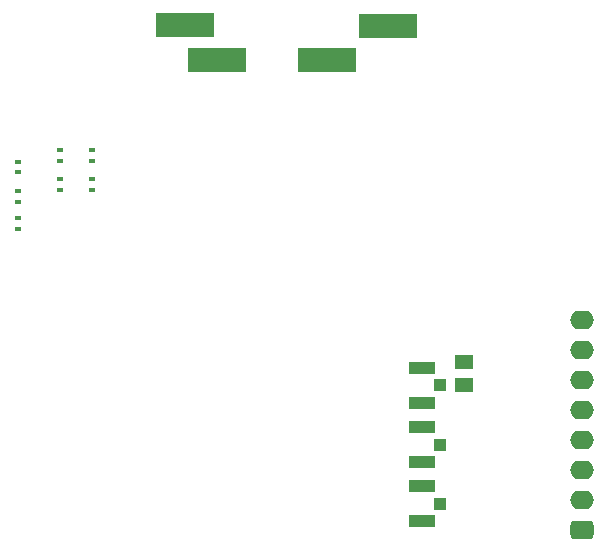
<source format=gbr>
G04*
G04 #@! TF.GenerationSoftware,Altium Limited,Altium Designer,25.8.1 (18)*
G04*
G04 Layer_Color=128*
%FSLAX25Y25*%
%MOIN*%
G70*
G04*
G04 #@! TF.SameCoordinates,505960B2-D5C5-487F-9968-D24D6DC54575*
G04*
G04*
G04 #@! TF.FilePolarity,Positive*
G04*
G01*
G75*
%ADD27R,0.06299X0.05118*%
%ADD29R,0.08661X0.04134*%
%ADD30R,0.02254X0.01438*%
%ADD34R,0.19685X0.07874*%
%ADD41R,0.04134X0.03937*%
%ADD46R,0.19685X0.07874*%
%ADD75O,0.07874X0.06299*%
G04:AMPARAMS|DCode=76|XSize=62.99mil|YSize=78.74mil|CornerRadius=15.75mil|HoleSize=0mil|Usage=FLASHONLY|Rotation=90.000|XOffset=0mil|YOffset=0mil|HoleType=Round|Shape=RoundedRectangle|*
%AMROUNDEDRECTD76*
21,1,0.06299,0.04724,0,0,90.0*
21,1,0.03150,0.07874,0,0,90.0*
1,1,0.03150,0.02362,0.01575*
1,1,0.03150,0.02362,-0.01575*
1,1,0.03150,-0.02362,-0.01575*
1,1,0.03150,-0.02362,0.01575*
%
%ADD76ROUNDEDRECTD76*%
D27*
X151575Y63189D02*
D03*
Y70669D02*
D03*
D29*
X137795Y68799D02*
D03*
Y49114D02*
D03*
Y29429D02*
D03*
Y37500D02*
D03*
Y57185D02*
D03*
Y17815D02*
D03*
D30*
X27559Y128134D02*
D03*
X16875D02*
D03*
X2953Y115157D02*
D03*
Y134039D02*
D03*
Y137614D02*
D03*
Y118732D02*
D03*
X27559Y131709D02*
D03*
X16875D02*
D03*
X27559Y137976D02*
D03*
Y141551D02*
D03*
X16875Y137976D02*
D03*
Y141551D02*
D03*
X2953Y124197D02*
D03*
Y127772D02*
D03*
D34*
X126390Y182852D02*
D03*
X69303Y171360D02*
D03*
D41*
X143799Y23622D02*
D03*
Y43307D02*
D03*
Y62992D02*
D03*
D46*
X105894Y171360D02*
D03*
X58650Y183289D02*
D03*
D75*
X190945Y84803D02*
D03*
Y24803D02*
D03*
Y74803D02*
D03*
Y64803D02*
D03*
Y44803D02*
D03*
Y54803D02*
D03*
Y34803D02*
D03*
D76*
Y14803D02*
D03*
M02*

</source>
